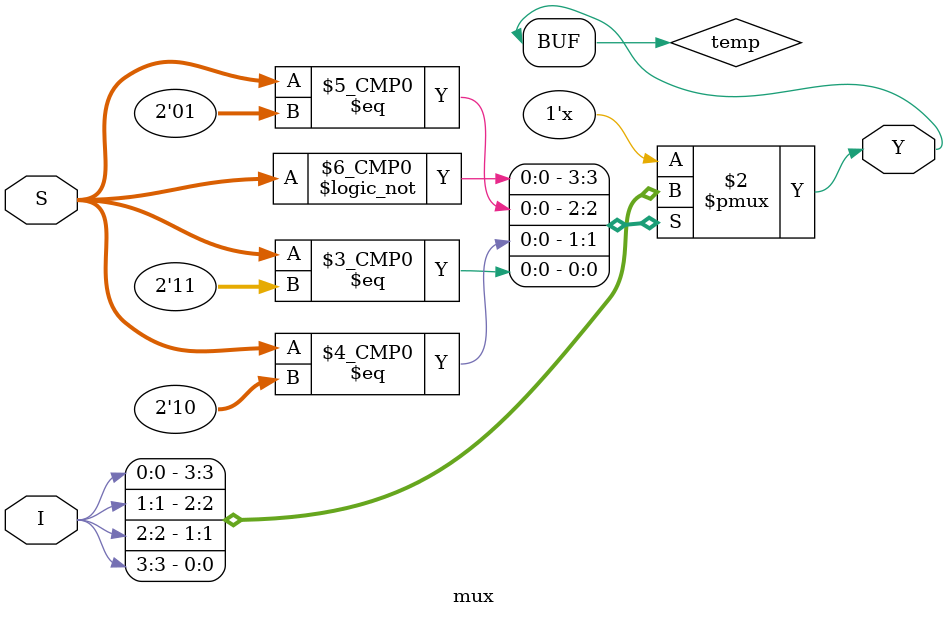
<source format=v>
module mux(
    input [3:0] I,
    input [1:0] S,
    output  Y
);
reg temp;
always @(I,S ) begin
    case (S)
     2'b00 : temp <= I[0];
     2'b01 : temp <= I[1];
     2'b10 : temp <= I[2];
     2'b11 : temp <= I[3];
     default: temp <= 1'b0;
    endcase
    
end
assign Y = temp;
endmodule
</source>
